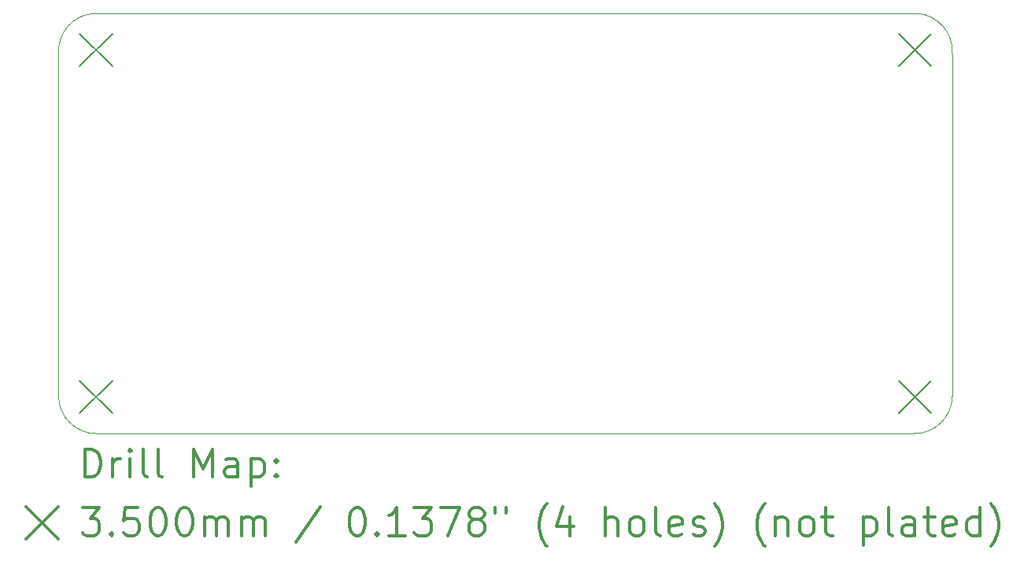
<source format=gbr>
%FSLAX45Y45*%
G04 Gerber Fmt 4.5, Leading zero omitted, Abs format (unit mm)*
G04 Created by KiCad (PCBNEW (5.1.12)-1) date 2021-12-31 11:23:11*
%MOMM*%
%LPD*%
G01*
G04 APERTURE LIST*
%TA.AperFunction,Profile*%
%ADD10C,0.050000*%
%TD*%
%ADD11C,0.200000*%
%ADD12C,0.300000*%
G04 APERTURE END LIST*
D10*
X19545300Y-12446000D02*
X10744200Y-12446000D01*
X19951700Y-8356600D02*
X19951700Y-12039600D01*
X10731500Y-7924800D02*
X19570700Y-7924800D01*
X10337800Y-12039600D02*
X10337800Y-8343900D01*
X10337800Y-12039600D02*
G75*
G03*
X10744200Y-12446000I406400J0D01*
G01*
X19545300Y-12446000D02*
G75*
G03*
X19951700Y-12039600I0J406400D01*
G01*
X19951700Y-8356600D02*
G75*
G03*
X19570700Y-7924800I-406400J25400D01*
G01*
X10731500Y-7924800D02*
G75*
G03*
X10337800Y-8343900I12700J-406400D01*
G01*
D11*
X10565000Y-8145000D02*
X10915000Y-8495000D01*
X10915000Y-8145000D02*
X10565000Y-8495000D01*
X10565000Y-11875000D02*
X10915000Y-12225000D01*
X10915000Y-11875000D02*
X10565000Y-12225000D01*
X19375000Y-8145000D02*
X19725000Y-8495000D01*
X19725000Y-8145000D02*
X19375000Y-8495000D01*
X19375000Y-11875000D02*
X19725000Y-12225000D01*
X19725000Y-11875000D02*
X19375000Y-12225000D01*
D12*
X10621530Y-12914214D02*
X10621530Y-12614214D01*
X10692959Y-12614214D01*
X10735816Y-12628500D01*
X10764387Y-12657071D01*
X10778673Y-12685643D01*
X10792959Y-12742786D01*
X10792959Y-12785643D01*
X10778673Y-12842786D01*
X10764387Y-12871357D01*
X10735816Y-12899929D01*
X10692959Y-12914214D01*
X10621530Y-12914214D01*
X10921530Y-12914214D02*
X10921530Y-12714214D01*
X10921530Y-12771357D02*
X10935816Y-12742786D01*
X10950102Y-12728500D01*
X10978673Y-12714214D01*
X11007244Y-12714214D01*
X11107244Y-12914214D02*
X11107244Y-12714214D01*
X11107244Y-12614214D02*
X11092959Y-12628500D01*
X11107244Y-12642786D01*
X11121530Y-12628500D01*
X11107244Y-12614214D01*
X11107244Y-12642786D01*
X11292959Y-12914214D02*
X11264387Y-12899929D01*
X11250101Y-12871357D01*
X11250101Y-12614214D01*
X11450101Y-12914214D02*
X11421530Y-12899929D01*
X11407244Y-12871357D01*
X11407244Y-12614214D01*
X11792959Y-12914214D02*
X11792959Y-12614214D01*
X11892959Y-12828500D01*
X11992959Y-12614214D01*
X11992959Y-12914214D01*
X12264387Y-12914214D02*
X12264387Y-12757071D01*
X12250101Y-12728500D01*
X12221530Y-12714214D01*
X12164387Y-12714214D01*
X12135816Y-12728500D01*
X12264387Y-12899929D02*
X12235816Y-12914214D01*
X12164387Y-12914214D01*
X12135816Y-12899929D01*
X12121530Y-12871357D01*
X12121530Y-12842786D01*
X12135816Y-12814214D01*
X12164387Y-12799929D01*
X12235816Y-12799929D01*
X12264387Y-12785643D01*
X12407244Y-12714214D02*
X12407244Y-13014214D01*
X12407244Y-12728500D02*
X12435816Y-12714214D01*
X12492959Y-12714214D01*
X12521530Y-12728500D01*
X12535816Y-12742786D01*
X12550101Y-12771357D01*
X12550101Y-12857071D01*
X12535816Y-12885643D01*
X12521530Y-12899929D01*
X12492959Y-12914214D01*
X12435816Y-12914214D01*
X12407244Y-12899929D01*
X12678673Y-12885643D02*
X12692959Y-12899929D01*
X12678673Y-12914214D01*
X12664387Y-12899929D01*
X12678673Y-12885643D01*
X12678673Y-12914214D01*
X12678673Y-12728500D02*
X12692959Y-12742786D01*
X12678673Y-12757071D01*
X12664387Y-12742786D01*
X12678673Y-12728500D01*
X12678673Y-12757071D01*
X9985102Y-13233500D02*
X10335102Y-13583500D01*
X10335102Y-13233500D02*
X9985102Y-13583500D01*
X10592959Y-13244214D02*
X10778673Y-13244214D01*
X10678673Y-13358500D01*
X10721530Y-13358500D01*
X10750102Y-13372786D01*
X10764387Y-13387071D01*
X10778673Y-13415643D01*
X10778673Y-13487071D01*
X10764387Y-13515643D01*
X10750102Y-13529929D01*
X10721530Y-13544214D01*
X10635816Y-13544214D01*
X10607244Y-13529929D01*
X10592959Y-13515643D01*
X10907244Y-13515643D02*
X10921530Y-13529929D01*
X10907244Y-13544214D01*
X10892959Y-13529929D01*
X10907244Y-13515643D01*
X10907244Y-13544214D01*
X11192959Y-13244214D02*
X11050102Y-13244214D01*
X11035816Y-13387071D01*
X11050102Y-13372786D01*
X11078673Y-13358500D01*
X11150102Y-13358500D01*
X11178673Y-13372786D01*
X11192959Y-13387071D01*
X11207244Y-13415643D01*
X11207244Y-13487071D01*
X11192959Y-13515643D01*
X11178673Y-13529929D01*
X11150102Y-13544214D01*
X11078673Y-13544214D01*
X11050102Y-13529929D01*
X11035816Y-13515643D01*
X11392959Y-13244214D02*
X11421530Y-13244214D01*
X11450101Y-13258500D01*
X11464387Y-13272786D01*
X11478673Y-13301357D01*
X11492959Y-13358500D01*
X11492959Y-13429929D01*
X11478673Y-13487071D01*
X11464387Y-13515643D01*
X11450101Y-13529929D01*
X11421530Y-13544214D01*
X11392959Y-13544214D01*
X11364387Y-13529929D01*
X11350101Y-13515643D01*
X11335816Y-13487071D01*
X11321530Y-13429929D01*
X11321530Y-13358500D01*
X11335816Y-13301357D01*
X11350101Y-13272786D01*
X11364387Y-13258500D01*
X11392959Y-13244214D01*
X11678673Y-13244214D02*
X11707244Y-13244214D01*
X11735816Y-13258500D01*
X11750101Y-13272786D01*
X11764387Y-13301357D01*
X11778673Y-13358500D01*
X11778673Y-13429929D01*
X11764387Y-13487071D01*
X11750101Y-13515643D01*
X11735816Y-13529929D01*
X11707244Y-13544214D01*
X11678673Y-13544214D01*
X11650101Y-13529929D01*
X11635816Y-13515643D01*
X11621530Y-13487071D01*
X11607244Y-13429929D01*
X11607244Y-13358500D01*
X11621530Y-13301357D01*
X11635816Y-13272786D01*
X11650101Y-13258500D01*
X11678673Y-13244214D01*
X11907244Y-13544214D02*
X11907244Y-13344214D01*
X11907244Y-13372786D02*
X11921530Y-13358500D01*
X11950101Y-13344214D01*
X11992959Y-13344214D01*
X12021530Y-13358500D01*
X12035816Y-13387071D01*
X12035816Y-13544214D01*
X12035816Y-13387071D02*
X12050101Y-13358500D01*
X12078673Y-13344214D01*
X12121530Y-13344214D01*
X12150101Y-13358500D01*
X12164387Y-13387071D01*
X12164387Y-13544214D01*
X12307244Y-13544214D02*
X12307244Y-13344214D01*
X12307244Y-13372786D02*
X12321530Y-13358500D01*
X12350101Y-13344214D01*
X12392959Y-13344214D01*
X12421530Y-13358500D01*
X12435816Y-13387071D01*
X12435816Y-13544214D01*
X12435816Y-13387071D02*
X12450101Y-13358500D01*
X12478673Y-13344214D01*
X12521530Y-13344214D01*
X12550101Y-13358500D01*
X12564387Y-13387071D01*
X12564387Y-13544214D01*
X13150101Y-13229929D02*
X12892959Y-13615643D01*
X13535816Y-13244214D02*
X13564387Y-13244214D01*
X13592959Y-13258500D01*
X13607244Y-13272786D01*
X13621530Y-13301357D01*
X13635816Y-13358500D01*
X13635816Y-13429929D01*
X13621530Y-13487071D01*
X13607244Y-13515643D01*
X13592959Y-13529929D01*
X13564387Y-13544214D01*
X13535816Y-13544214D01*
X13507244Y-13529929D01*
X13492959Y-13515643D01*
X13478673Y-13487071D01*
X13464387Y-13429929D01*
X13464387Y-13358500D01*
X13478673Y-13301357D01*
X13492959Y-13272786D01*
X13507244Y-13258500D01*
X13535816Y-13244214D01*
X13764387Y-13515643D02*
X13778673Y-13529929D01*
X13764387Y-13544214D01*
X13750101Y-13529929D01*
X13764387Y-13515643D01*
X13764387Y-13544214D01*
X14064387Y-13544214D02*
X13892959Y-13544214D01*
X13978673Y-13544214D02*
X13978673Y-13244214D01*
X13950101Y-13287071D01*
X13921530Y-13315643D01*
X13892959Y-13329929D01*
X14164387Y-13244214D02*
X14350101Y-13244214D01*
X14250101Y-13358500D01*
X14292959Y-13358500D01*
X14321530Y-13372786D01*
X14335816Y-13387071D01*
X14350101Y-13415643D01*
X14350101Y-13487071D01*
X14335816Y-13515643D01*
X14321530Y-13529929D01*
X14292959Y-13544214D01*
X14207244Y-13544214D01*
X14178673Y-13529929D01*
X14164387Y-13515643D01*
X14450101Y-13244214D02*
X14650101Y-13244214D01*
X14521530Y-13544214D01*
X14807244Y-13372786D02*
X14778673Y-13358500D01*
X14764387Y-13344214D01*
X14750101Y-13315643D01*
X14750101Y-13301357D01*
X14764387Y-13272786D01*
X14778673Y-13258500D01*
X14807244Y-13244214D01*
X14864387Y-13244214D01*
X14892959Y-13258500D01*
X14907244Y-13272786D01*
X14921530Y-13301357D01*
X14921530Y-13315643D01*
X14907244Y-13344214D01*
X14892959Y-13358500D01*
X14864387Y-13372786D01*
X14807244Y-13372786D01*
X14778673Y-13387071D01*
X14764387Y-13401357D01*
X14750101Y-13429929D01*
X14750101Y-13487071D01*
X14764387Y-13515643D01*
X14778673Y-13529929D01*
X14807244Y-13544214D01*
X14864387Y-13544214D01*
X14892959Y-13529929D01*
X14907244Y-13515643D01*
X14921530Y-13487071D01*
X14921530Y-13429929D01*
X14907244Y-13401357D01*
X14892959Y-13387071D01*
X14864387Y-13372786D01*
X15035816Y-13244214D02*
X15035816Y-13301357D01*
X15150101Y-13244214D02*
X15150101Y-13301357D01*
X15592959Y-13658500D02*
X15578673Y-13644214D01*
X15550101Y-13601357D01*
X15535816Y-13572786D01*
X15521530Y-13529929D01*
X15507244Y-13458500D01*
X15507244Y-13401357D01*
X15521530Y-13329929D01*
X15535816Y-13287071D01*
X15550101Y-13258500D01*
X15578673Y-13215643D01*
X15592959Y-13201357D01*
X15835816Y-13344214D02*
X15835816Y-13544214D01*
X15764387Y-13229929D02*
X15692959Y-13444214D01*
X15878673Y-13444214D01*
X16221530Y-13544214D02*
X16221530Y-13244214D01*
X16350101Y-13544214D02*
X16350101Y-13387071D01*
X16335816Y-13358500D01*
X16307244Y-13344214D01*
X16264387Y-13344214D01*
X16235816Y-13358500D01*
X16221530Y-13372786D01*
X16535816Y-13544214D02*
X16507244Y-13529929D01*
X16492959Y-13515643D01*
X16478673Y-13487071D01*
X16478673Y-13401357D01*
X16492959Y-13372786D01*
X16507244Y-13358500D01*
X16535816Y-13344214D01*
X16578673Y-13344214D01*
X16607244Y-13358500D01*
X16621530Y-13372786D01*
X16635816Y-13401357D01*
X16635816Y-13487071D01*
X16621530Y-13515643D01*
X16607244Y-13529929D01*
X16578673Y-13544214D01*
X16535816Y-13544214D01*
X16807244Y-13544214D02*
X16778673Y-13529929D01*
X16764387Y-13501357D01*
X16764387Y-13244214D01*
X17035816Y-13529929D02*
X17007244Y-13544214D01*
X16950102Y-13544214D01*
X16921530Y-13529929D01*
X16907244Y-13501357D01*
X16907244Y-13387071D01*
X16921530Y-13358500D01*
X16950102Y-13344214D01*
X17007244Y-13344214D01*
X17035816Y-13358500D01*
X17050102Y-13387071D01*
X17050102Y-13415643D01*
X16907244Y-13444214D01*
X17164387Y-13529929D02*
X17192959Y-13544214D01*
X17250102Y-13544214D01*
X17278673Y-13529929D01*
X17292959Y-13501357D01*
X17292959Y-13487071D01*
X17278673Y-13458500D01*
X17250102Y-13444214D01*
X17207244Y-13444214D01*
X17178673Y-13429929D01*
X17164387Y-13401357D01*
X17164387Y-13387071D01*
X17178673Y-13358500D01*
X17207244Y-13344214D01*
X17250102Y-13344214D01*
X17278673Y-13358500D01*
X17392959Y-13658500D02*
X17407244Y-13644214D01*
X17435816Y-13601357D01*
X17450102Y-13572786D01*
X17464387Y-13529929D01*
X17478673Y-13458500D01*
X17478673Y-13401357D01*
X17464387Y-13329929D01*
X17450102Y-13287071D01*
X17435816Y-13258500D01*
X17407244Y-13215643D01*
X17392959Y-13201357D01*
X17935816Y-13658500D02*
X17921530Y-13644214D01*
X17892959Y-13601357D01*
X17878673Y-13572786D01*
X17864387Y-13529929D01*
X17850102Y-13458500D01*
X17850102Y-13401357D01*
X17864387Y-13329929D01*
X17878673Y-13287071D01*
X17892959Y-13258500D01*
X17921530Y-13215643D01*
X17935816Y-13201357D01*
X18050102Y-13344214D02*
X18050102Y-13544214D01*
X18050102Y-13372786D02*
X18064387Y-13358500D01*
X18092959Y-13344214D01*
X18135816Y-13344214D01*
X18164387Y-13358500D01*
X18178673Y-13387071D01*
X18178673Y-13544214D01*
X18364387Y-13544214D02*
X18335816Y-13529929D01*
X18321530Y-13515643D01*
X18307244Y-13487071D01*
X18307244Y-13401357D01*
X18321530Y-13372786D01*
X18335816Y-13358500D01*
X18364387Y-13344214D01*
X18407244Y-13344214D01*
X18435816Y-13358500D01*
X18450102Y-13372786D01*
X18464387Y-13401357D01*
X18464387Y-13487071D01*
X18450102Y-13515643D01*
X18435816Y-13529929D01*
X18407244Y-13544214D01*
X18364387Y-13544214D01*
X18550102Y-13344214D02*
X18664387Y-13344214D01*
X18592959Y-13244214D02*
X18592959Y-13501357D01*
X18607244Y-13529929D01*
X18635816Y-13544214D01*
X18664387Y-13544214D01*
X18992959Y-13344214D02*
X18992959Y-13644214D01*
X18992959Y-13358500D02*
X19021530Y-13344214D01*
X19078673Y-13344214D01*
X19107244Y-13358500D01*
X19121530Y-13372786D01*
X19135816Y-13401357D01*
X19135816Y-13487071D01*
X19121530Y-13515643D01*
X19107244Y-13529929D01*
X19078673Y-13544214D01*
X19021530Y-13544214D01*
X18992959Y-13529929D01*
X19307244Y-13544214D02*
X19278673Y-13529929D01*
X19264387Y-13501357D01*
X19264387Y-13244214D01*
X19550102Y-13544214D02*
X19550102Y-13387071D01*
X19535816Y-13358500D01*
X19507244Y-13344214D01*
X19450102Y-13344214D01*
X19421530Y-13358500D01*
X19550102Y-13529929D02*
X19521530Y-13544214D01*
X19450102Y-13544214D01*
X19421530Y-13529929D01*
X19407244Y-13501357D01*
X19407244Y-13472786D01*
X19421530Y-13444214D01*
X19450102Y-13429929D01*
X19521530Y-13429929D01*
X19550102Y-13415643D01*
X19650102Y-13344214D02*
X19764387Y-13344214D01*
X19692959Y-13244214D02*
X19692959Y-13501357D01*
X19707244Y-13529929D01*
X19735816Y-13544214D01*
X19764387Y-13544214D01*
X19978673Y-13529929D02*
X19950102Y-13544214D01*
X19892959Y-13544214D01*
X19864387Y-13529929D01*
X19850102Y-13501357D01*
X19850102Y-13387071D01*
X19864387Y-13358500D01*
X19892959Y-13344214D01*
X19950102Y-13344214D01*
X19978673Y-13358500D01*
X19992959Y-13387071D01*
X19992959Y-13415643D01*
X19850102Y-13444214D01*
X20250102Y-13544214D02*
X20250102Y-13244214D01*
X20250102Y-13529929D02*
X20221530Y-13544214D01*
X20164387Y-13544214D01*
X20135816Y-13529929D01*
X20121530Y-13515643D01*
X20107244Y-13487071D01*
X20107244Y-13401357D01*
X20121530Y-13372786D01*
X20135816Y-13358500D01*
X20164387Y-13344214D01*
X20221530Y-13344214D01*
X20250102Y-13358500D01*
X20364387Y-13658500D02*
X20378673Y-13644214D01*
X20407244Y-13601357D01*
X20421530Y-13572786D01*
X20435816Y-13529929D01*
X20450102Y-13458500D01*
X20450102Y-13401357D01*
X20435816Y-13329929D01*
X20421530Y-13287071D01*
X20407244Y-13258500D01*
X20378673Y-13215643D01*
X20364387Y-13201357D01*
M02*

</source>
